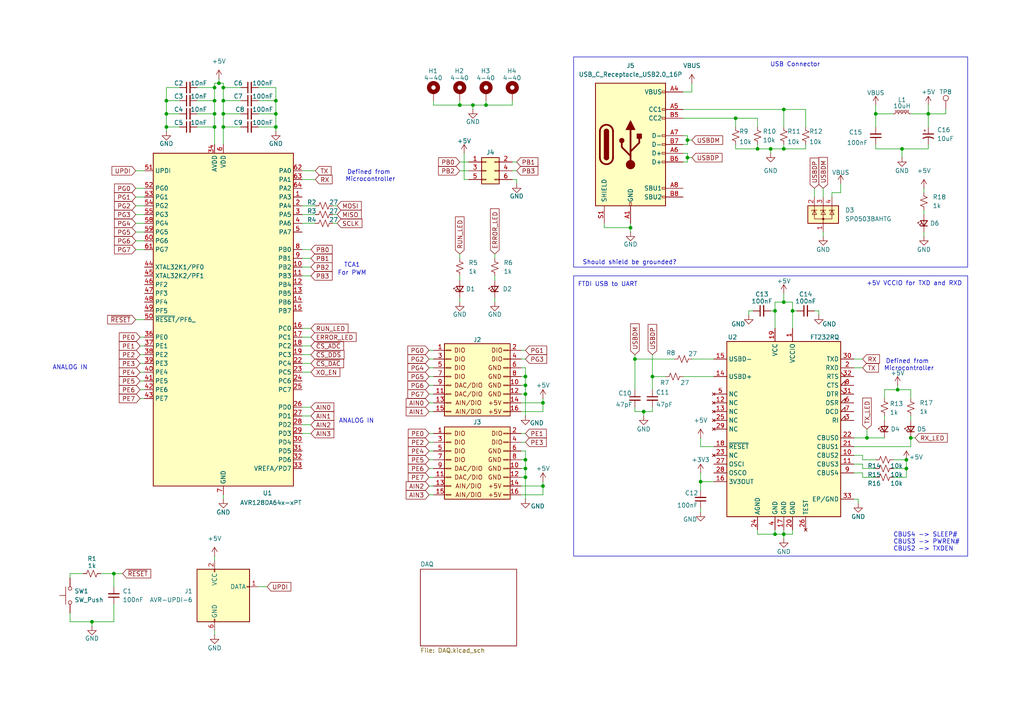
<source format=kicad_sch>
(kicad_sch (version 20231120) (generator "eeschema") (generator_version "8.0")
  (paper "A4")
  (title_block (title "openEPR DAQ") (date "2024-04-19") (rev "v1.0") (company "openEPR") (comment 1 "Timothy Keller"))
  (junction (at 262.89 135.89))
  (junction (at 254 33.02))
  (junction (at 152.4 114.3))
  (junction (at 33.02 166.37))
  (junction (at 63.5 24.13))
  (junction (at 152.4 135.89))
  (junction (at 227.33 154.94))
  (junction (at 213.36 34.29))
  (junction (at 157.48 140.97))
  (junction (at 227.33 31.75))
  (junction (at 64.77 33.02))
  (junction (at 62.23 33.02))
  (junction (at 157.48 116.84))
  (junction (at 189.23 109.22))
  (junction (at 229.87 90.17))
  (junction (at 227.33 87.63))
  (junction (at 186.69 119.38))
  (junction (at 137.16 30.48))
  (junction (at 152.4 111.76))
  (junction (at 48.26 29.21))
  (junction (at 140.97 30.48))
  (junction (at 152.4 133.35))
  (junction (at 152.4 138.43))
  (junction (at 223.52 43.18))
  (junction (at 182.88 66.04))
  (junction (at 260.35 113.03))
  (junction (at 80.01 36.83))
  (junction (at 262.89 133.35))
  (junction (at 80.01 29.21))
  (junction (at 48.26 33.02))
  (junction (at 199.39 45.72))
  (junction (at 219.71 43.18))
  (junction (at 224.79 90.17))
  (junction (at 64.77 25.4))
  (junction (at 184.15 104.14))
  (junction (at 62.23 25.4))
  (junction (at 64.77 36.83))
  (junction (at 62.23 29.21))
  (junction (at 264.16 127))
  (junction (at 62.23 36.83))
  (junction (at 64.77 29.21))
  (junction (at 133.35 30.48))
  (junction (at 269.24 33.02))
  (junction (at 251.46 127))
  (junction (at 261.62 43.18))
  (junction (at 224.79 154.94))
  (junction (at 80.01 33.02))
  (junction (at 227.33 43.18))
  (junction (at 199.39 40.64))
  (junction (at 26.67 180.34))
  (junction (at 152.4 109.22))
  (junction (at 203.2 139.7))
  (junction (at 48.26 36.83))
  (wire (pts (xy 124.46 135.89) (xy 125.73 135.89)))
  (wire (pts (xy 247.65 104.14) (xy 250.19 104.14)))
  (wire (pts (xy 148.59 30.48) (xy 148.59 29.21)))
  (wire (pts (xy 237.49 90.17) (xy 237.49 91.44)))
  (wire (pts (xy 39.37 59.69) (xy 41.91 59.69)))
  (wire (pts (xy 39.37 54.61) (xy 41.91 54.61)))
  (wire (pts (xy 87.63 62.23) (xy 91.44 62.23)))
  (wire (pts (xy 224.79 153.67) (xy 224.79 154.94)))
  (wire (pts (xy 189.23 102.87) (xy 189.23 109.22)))
  (wire (pts (xy 148.59 52.07) (xy 149.86 52.07)))
  (wire (pts (xy 238.76 67.31) (xy 238.76 68.58)))
  (wire (pts (xy 87.63 95.25) (xy 90.17 95.25)))
  (wire (pts (xy 124.46 104.14) (xy 125.73 104.14)))
  (wire (pts (xy 87.63 125.73) (xy 90.17 125.73)))
  (wire (pts (xy 64.77 36.83) (xy 64.77 41.91)))
  (wire (pts (xy 186.69 119.38) (xy 186.69 120.65)))
  (wire (pts (xy 262.89 138.43) (xy 262.89 135.89)))
  (wire (pts (xy 267.97 54.61) (xy 267.97 55.88)))
  (wire (pts (xy 137.16 30.48) (xy 140.97 30.48)))
  (wire (pts (xy 87.63 105.41) (xy 90.17 105.41)))
  (wire (pts (xy 184.15 118.11) (xy 184.15 119.38)))
  (wire (pts (xy 224.79 154.94) (xy 227.33 154.94)))
  (wire (pts (xy 199.39 41.91) (xy 199.39 40.64)))
  (wire (pts (xy 96.52 64.77) (xy 97.79 64.77)))
  (wire (pts (xy 152.4 106.68) (xy 152.4 109.22)))
  (wire (pts (xy 87.63 49.53) (xy 91.44 49.53)))
  (wire (pts (xy 256.54 120.65) (xy 256.54 121.92)))
  (wire (pts (xy 254 33.02) (xy 259.08 33.02)))
  (wire (pts (xy 57.15 29.21) (xy 62.23 29.21)))
  (wire (pts (xy 254 43.18) (xy 261.62 43.18)))
  (wire (pts (xy 148.59 49.53) (xy 149.86 49.53)))
  (wire (pts (xy 152.4 111.76) (xy 152.4 114.3)))
  (wire (pts (xy 87.63 72.39) (xy 90.17 72.39)))
  (wire (pts (xy 87.63 107.95) (xy 90.17 107.95)))
  (wire (pts (xy 151.13 106.68) (xy 152.4 106.68)))
  (wire (pts (xy 259.08 133.35) (xy 262.89 133.35)))
  (wire (pts (xy 250.19 132.08) (xy 247.65 132.08)))
  (wire (pts (xy 124.46 119.38) (xy 125.73 119.38)))
  (wire (pts (xy 151.13 125.73) (xy 152.4 125.73)))
  (wire (pts (xy 189.23 109.22) (xy 193.04 109.22)))
  (wire (pts (xy 143.51 73.66) (xy 143.51 74.93)))
  (wire (pts (xy 233.68 43.18) (xy 227.33 43.18)))
  (wire (pts (xy 151.13 130.81) (xy 152.4 130.81)))
  (wire (pts (xy 213.36 34.29) (xy 219.71 34.29)))
  (wire (pts (xy 40.64 110.49) (xy 41.91 110.49)))
  (wire (pts (xy 39.37 64.77) (xy 41.91 64.77)))
  (wire (pts (xy 48.26 33.02) (xy 48.26 36.83)))
  (wire (pts (xy 87.63 64.77) (xy 91.44 64.77)))
  (wire (pts (xy 124.46 138.43) (xy 125.73 138.43)))
  (wire (pts (xy 269.24 41.91) (xy 269.24 43.18)))
  (wire (pts (xy 87.63 100.33) (xy 90.17 100.33)))
  (wire (pts (xy 48.26 29.21) (xy 48.26 33.02)))
  (wire (pts (xy 52.07 33.02) (xy 48.26 33.02)))
  (wire (pts (xy 198.12 109.22) (xy 207.01 109.22)))
  (wire (pts (xy 199.39 46.99) (xy 199.39 45.72)))
  (wire (pts (xy 247.65 106.68) (xy 250.19 106.68)))
  (wire (pts (xy 247.65 134.62) (xy 250.19 134.62)))
  (wire (pts (xy 254 33.02) (xy 254 30.48)))
  (wire (pts (xy 264.16 127) (xy 265.43 127)))
  (wire (pts (xy 39.37 92.71) (xy 41.91 92.71)))
  (wire (pts (xy 260.35 113.03) (xy 260.35 111.76)))
  (wire (pts (xy 227.33 85.09) (xy 227.33 87.63)))
  (wire (pts (xy 64.77 36.83) (xy 69.85 36.83)))
  (wire (pts (xy 140.97 29.21) (xy 140.97 30.48)))
  (wire (pts (xy 269.24 43.18) (xy 261.62 43.18)))
  (wire (pts (xy 182.88 64.77) (xy 182.88 66.04)))
  (wire (pts (xy 40.64 115.57) (xy 41.91 115.57)))
  (wire (pts (xy 74.93 170.18) (xy 77.47 170.18)))
  (wire (pts (xy 250.19 135.89) (xy 250.19 134.62)))
  (wire (pts (xy 198.12 41.91) (xy 199.39 41.91)))
  (wire (pts (xy 64.77 25.4) (xy 64.77 24.13)))
  (wire (pts (xy 20.32 180.34) (xy 20.32 177.8)))
  (wire (pts (xy 152.4 109.22) (xy 152.4 111.76)))
  (wire (pts (xy 175.26 66.04) (xy 182.88 66.04)))
  (wire (pts (xy 250.19 135.89) (xy 254 135.89)))
  (wire (pts (xy 64.77 33.02) (xy 64.77 36.83)))
  (wire (pts (xy 124.46 128.27) (xy 125.73 128.27)))
  (wire (pts (xy 259.08 138.43) (xy 262.89 138.43)))
  (wire (pts (xy 198.12 31.75) (xy 227.33 31.75)))
  (wire (pts (xy 124.46 114.3) (xy 125.73 114.3)))
  (wire (pts (xy 213.36 43.18) (xy 219.71 43.18)))
  (wire (pts (xy 64.77 33.02) (xy 69.85 33.02)))
  (wire (pts (xy 250.19 138.43) (xy 254 138.43)))
  (wire (pts (xy 48.26 36.83) (xy 52.07 36.83)))
  (wire (pts (xy 74.93 25.4) (xy 80.01 25.4)))
  (wire (pts (xy 39.37 57.15) (xy 41.91 57.15)))
  (wire (pts (xy 133.35 29.21) (xy 133.35 30.48)))
  (wire (pts (xy 243.84 53.34) (xy 243.84 55.88)))
  (wire (pts (xy 124.46 133.35) (xy 125.73 133.35)))
  (wire (pts (xy 248.92 144.78) (xy 248.92 146.05)))
  (wire (pts (xy 217.17 91.44) (xy 217.17 90.17)))
  (wire (pts (xy 140.97 30.48) (xy 148.59 30.48)))
  (wire (pts (xy 184.15 104.14) (xy 195.58 104.14)))
  (wire (pts (xy 33.02 166.37) (xy 29.21 166.37)))
  (wire (pts (xy 151.13 128.27) (xy 152.4 128.27)))
  (wire (pts (xy 198.12 44.45) (xy 199.39 44.45)))
  (wire (pts (xy 39.37 62.23) (xy 41.91 62.23)))
  (wire (pts (xy 137.16 30.48) (xy 137.16 31.75)))
  (wire (pts (xy 87.63 59.69) (xy 91.44 59.69)))
  (wire (pts (xy 267.97 60.96) (xy 267.97 62.23)))
  (wire (pts (xy 256.54 113.03) (xy 260.35 113.03)))
  (wire (pts (xy 157.48 119.38) (xy 157.48 116.84)))
  (wire (pts (xy 151.13 101.6) (xy 152.4 101.6)))
  (wire (pts (xy 64.77 143.51) (xy 64.77 144.78)))
  (wire (pts (xy 33.02 166.37) (xy 33.02 170.18)))
  (wire (pts (xy 157.48 143.51) (xy 157.48 140.97)))
  (wire (pts (xy 182.88 66.04) (xy 182.88 67.31)))
  (wire (pts (xy 269.24 30.48) (xy 269.24 33.02)))
  (wire (pts (xy 52.07 25.4) (xy 48.26 25.4)))
  (wire (pts (xy 39.37 67.31) (xy 41.91 67.31)))
  (wire (pts (xy 264.16 115.57) (xy 264.16 113.03)))
  (wire (pts (xy 229.87 87.63) (xy 229.87 90.17)))
  (wire (pts (xy 151.13 114.3) (xy 152.4 114.3)))
  (wire (pts (xy 238.76 54.61) (xy 238.76 57.15)))
  (wire (pts (xy 125.73 30.48) (xy 133.35 30.48)))
  (wire (pts (xy 264.16 33.02) (xy 269.24 33.02)))
  (wire (pts (xy 267.97 67.31) (xy 267.97 68.58)))
  (wire (pts (xy 203.2 139.7) (xy 207.01 139.7)))
  (wire (pts (xy 200.66 26.67) (xy 198.12 26.67)))
  (wire (pts (xy 96.52 62.23) (xy 97.79 62.23)))
  (wire (pts (xy 236.22 90.17) (xy 237.49 90.17)))
  (wire (pts (xy 124.46 109.22) (xy 125.73 109.22)))
  (wire (pts (xy 40.64 105.41) (xy 41.91 105.41)))
  (wire (pts (xy 133.35 49.53) (xy 135.89 49.53)))
  (wire (pts (xy 151.13 138.43) (xy 152.4 138.43)))
  (wire (pts (xy 133.35 86.36) (xy 133.35 87.63)))
  (wire (pts (xy 20.32 166.37) (xy 20.32 167.64)))
  (wire (pts (xy 124.46 130.81) (xy 125.73 130.81)))
  (wire (pts (xy 224.79 90.17) (xy 224.79 95.25)))
  (wire (pts (xy 264.16 127) (xy 264.16 129.54)))
  (wire (pts (xy 64.77 29.21) (xy 64.77 33.02)))
  (wire (pts (xy 151.13 133.35) (xy 152.4 133.35)))
  (wire (pts (xy 151.13 104.14) (xy 152.4 104.14)))
  (wire (pts (xy 200.66 104.14) (xy 207.01 104.14)))
  (wire (pts (xy 124.46 125.73) (xy 125.73 125.73)))
  (wire (pts (xy 151.13 143.51) (xy 157.48 143.51)))
  (wire (pts (xy 74.93 29.21) (xy 80.01 29.21)))
  (wire (pts (xy 62.23 36.83) (xy 62.23 41.91)))
  (wire (pts (xy 198.12 46.99) (xy 199.39 46.99)))
  (wire (pts (xy 274.32 33.02) (xy 269.24 33.02)))
  (wire (pts (xy 149.86 52.07) (xy 149.86 53.34)))
  (wire (pts (xy 74.93 36.83) (xy 80.01 36.83)))
  (wire (pts (xy 200.66 24.13) (xy 200.66 26.67)))
  (wire (pts (xy 224.79 87.63) (xy 227.33 87.63)))
  (wire (pts (xy 219.71 36.83) (xy 219.71 34.29)))
  (wire (pts (xy 69.85 25.4) (xy 64.77 25.4)))
  (wire (pts (xy 80.01 29.21) (xy 80.01 33.02)))
  (wire (pts (xy 157.48 140.97) (xy 151.13 140.97)))
  (wire (pts (xy 133.35 73.66) (xy 133.35 74.93)))
  (wire (pts (xy 87.63 74.93) (xy 90.17 74.93)))
  (wire (pts (xy 87.63 102.87) (xy 90.17 102.87)))
  (wire (pts (xy 152.4 114.3) (xy 152.4 120.65)))
  (wire (pts (xy 243.84 55.88) (xy 241.3 55.88)))
  (wire (pts (xy 48.26 38.1) (xy 48.26 36.83)))
  (wire (pts (xy 227.33 154.94) (xy 227.33 156.21)))
  (wire (pts (xy 227.33 154.94) (xy 227.33 153.67)))
  (wire (pts (xy 250.19 137.16) (xy 247.65 137.16)))
  (wire (pts (xy 251.46 127) (xy 256.54 127)))
  (wire (pts (xy 33.02 175.26) (xy 33.02 180.34)))
  (wire (pts (xy 227.33 87.63) (xy 229.87 87.63)))
  (wire (pts (xy 62.23 33.02) (xy 62.23 36.83)))
  (wire (pts (xy 229.87 154.94) (xy 227.33 154.94)))
  (wire (pts (xy 87.63 123.19) (xy 90.17 123.19)))
  (wire (pts (xy 189.23 119.38) (xy 186.69 119.38)))
  (wire (pts (xy 26.67 180.34) (xy 26.67 181.61)))
  (wire (pts (xy 184.15 104.14) (xy 184.15 113.03)))
  (wire (pts (xy 57.15 33.02) (xy 62.23 33.02)))
  (wire (pts (xy 189.23 118.11) (xy 189.23 119.38)))
  (wire (pts (xy 236.22 54.61) (xy 236.22 57.15)))
  (wire (pts (xy 151.13 119.38) (xy 157.48 119.38)))
  (wire (pts (xy 148.59 46.99) (xy 149.86 46.99)))
  (wire (pts (xy 233.68 41.91) (xy 233.68 43.18)))
  (wire (pts (xy 133.35 80.01) (xy 133.35 81.28)))
  (wire (pts (xy 151.13 116.84) (xy 157.48 116.84)))
  (wire (pts (xy 124.46 140.97) (xy 125.73 140.97)))
  (wire (pts (xy 143.51 80.01) (xy 143.51 81.28)))
  (wire (pts (xy 254 41.91) (xy 254 43.18)))
  (wire (pts (xy 133.35 30.48) (xy 137.16 30.48)))
  (wire (pts (xy 213.36 34.29) (xy 213.36 36.83)))
  (wire (pts (xy 80.01 33.02) (xy 80.01 36.83)))
  (wire (pts (xy 227.33 41.91) (xy 227.33 43.18)))
  (wire (pts (xy 233.68 31.75) (xy 227.33 31.75)))
  (wire (pts (xy 250.19 133.35) (xy 254 133.35)))
  (wire (pts (xy 80.01 36.83) (xy 80.01 38.1)))
  (wire (pts (xy 87.63 120.65) (xy 90.17 120.65)))
  (wire (pts (xy 229.87 90.17) (xy 231.14 90.17)))
  (wire (pts (xy 33.02 180.34) (xy 26.67 180.34)))
  (wire (pts (xy 213.36 41.91) (xy 213.36 43.18)))
  (wire (pts (xy 203.2 147.32) (xy 203.2 148.59)))
  (wire (pts (xy 87.63 118.11) (xy 90.17 118.11)))
  (wire (pts (xy 189.23 113.03) (xy 189.23 109.22)))
  (wire (pts (xy 40.64 97.79) (xy 41.91 97.79)))
  (wire (pts (xy 207.01 129.54) (xy 203.2 129.54)))
  (wire (pts (xy 241.3 55.88) (xy 241.3 57.15)))
  (wire (pts (xy 250.19 133.35) (xy 250.19 132.08)))
  (wire (pts (xy 227.33 31.75) (xy 227.33 36.83)))
  (wire (pts (xy 87.63 77.47) (xy 90.17 77.47)))
  (wire (pts (xy 124.46 143.51) (xy 125.73 143.51)))
  (wire (pts (xy 233.68 36.83) (xy 233.68 31.75)))
  (wire (pts (xy 152.4 130.81) (xy 152.4 133.35)))
  (wire (pts (xy 274.32 31.75) (xy 274.32 33.02)))
  (wire (pts (xy 39.37 72.39) (xy 41.91 72.39)))
  (wire (pts (xy 69.85 29.21) (xy 64.77 29.21)))
  (wire (pts (xy 262.89 135.89) (xy 262.89 133.35)))
  (wire (pts (xy 124.46 106.68) (xy 125.73 106.68)))
  (wire (pts (xy 124.46 101.6) (xy 125.73 101.6)))
  (wire (pts (xy 152.4 133.35) (xy 152.4 135.89)))
  (wire (pts (xy 203.2 137.16) (xy 203.2 139.7)))
  (wire (pts (xy 74.93 33.02) (xy 80.01 33.02)))
  (wire (pts (xy 125.73 29.21) (xy 125.73 30.48)))
  (wire (pts (xy 40.64 113.03) (xy 41.91 113.03)))
  (wire (pts (xy 133.35 46.99) (xy 135.89 46.99)))
  (wire (pts (xy 219.71 41.91) (xy 219.71 43.18)))
  (wire (pts (xy 198.12 34.29) (xy 213.36 34.29)))
  (wire (pts (xy 62.23 24.13) (xy 62.23 25.4)))
  (wire (pts (xy 124.46 116.84) (xy 125.73 116.84)))
  (wire (pts (xy 64.77 24.13) (xy 63.5 24.13)))
  (wire (pts (xy 134.62 52.07) (xy 135.89 52.07)))
  (wire (pts (xy 199.39 45.72) (xy 200.66 45.72)))
  (wire (pts (xy 219.71 154.94) (xy 224.79 154.94)))
  (wire (pts (xy 40.64 107.95) (xy 41.91 107.95)))
  (wire (pts (xy 62.23 182.88) (xy 62.23 184.15)))
  (wire (pts (xy 223.52 90.17) (xy 224.79 90.17)))
  (wire (pts (xy 152.4 138.43) (xy 152.4 144.78)))
  (wire (pts (xy 223.52 43.18) (xy 223.52 44.45)))
  (wire (pts (xy 248.92 144.78) (xy 247.65 144.78)))
  (wire (pts (xy 264.16 113.03) (xy 260.35 113.03)))
  (wire (pts (xy 87.63 97.79) (xy 90.17 97.79)))
  (wire (pts (xy 124.46 111.76) (xy 125.73 111.76)))
  (wire (pts (xy 40.64 100.33) (xy 41.91 100.33)))
  (wire (pts (xy 261.62 43.18) (xy 261.62 45.72)))
  (wire (pts (xy 134.62 44.45) (xy 134.62 52.07)))
  (wire (pts (xy 63.5 22.86) (xy 63.5 24.13)))
  (wire (pts (xy 203.2 129.54) (xy 203.2 127)))
  (wire (pts (xy 184.15 119.38) (xy 186.69 119.38)))
  (wire (pts (xy 152.4 135.89) (xy 152.4 138.43)))
  (wire (pts (xy 259.08 135.89) (xy 262.89 135.89)))
  (wire (pts (xy 62.23 25.4) (xy 62.23 29.21)))
  (wire (pts (xy 175.26 64.77) (xy 175.26 66.04)))
  (wire (pts (xy 151.13 135.89) (xy 152.4 135.89)))
  (wire (pts (xy 227.33 43.18) (xy 223.52 43.18)))
  (wire (pts (xy 229.87 153.67) (xy 229.87 154.94)))
  (wire (pts (xy 264.16 120.65) (xy 264.16 121.92)))
  (wire (pts (xy 24.13 166.37) (xy 20.32 166.37)))
  (wire (pts (xy 26.67 180.34) (xy 20.32 180.34)))
  (wire (pts (xy 254 36.83) (xy 254 33.02)))
  (wire (pts (xy 198.12 39.37) (xy 199.39 39.37)))
  (wire (pts (xy 143.51 86.36) (xy 143.51 87.63)))
  (wire (pts (xy 57.15 25.4) (xy 62.23 25.4)))
  (wire (pts (xy 52.07 29.21) (xy 48.26 29.21)))
  (wire (pts (xy 251.46 127) (xy 247.65 127)))
  (wire (pts (xy 87.63 52.07) (xy 91.44 52.07)))
  (wire (pts (xy 62.23 29.21) (xy 62.23 33.02)))
  (wire (pts (xy 33.02 166.37) (xy 35.56 166.37)))
  (wire (pts (xy 219.71 153.67) (xy 219.71 154.94)))
  (wire (pts (xy 39.37 49.53) (xy 41.91 49.53)))
  (wire (pts (xy 251.46 124.46) (xy 251.46 127)))
  (wire (pts (xy 80.01 25.4) (xy 80.01 29.21)))
  (wire (pts (xy 217.17 90.17) (xy 218.44 90.17)))
  (wire (pts (xy 224.79 87.63) (xy 224.79 90.17)))
  (wire (pts (xy 250.19 138.43) (xy 250.19 137.16)))
  (wire (pts (xy 256.54 115.57) (xy 256.54 113.03)))
  (wire (pts (xy 87.63 80.01) (xy 90.17 80.01)))
  (wire (pts (xy 203.2 139.7) (xy 203.2 142.24)))
  (wire (pts (xy 229.87 90.17) (xy 229.87 95.25)))
  (wire (pts (xy 264.16 129.54) (xy 247.65 129.54)))
  (wire (pts (xy 39.37 69.85) (xy 41.91 69.85)))
  (wire (pts (xy 184.15 102.87) (xy 184.15 104.14)))
  (wire (pts (xy 199.39 40.64) (xy 200.66 40.64)))
  (wire (pts (xy 157.48 115.57) (xy 157.48 116.84)))
  (wire (pts (xy 269.24 33.02) (xy 269.24 36.83)))
  (wire (pts (xy 199.39 44.45) (xy 199.39 45.72)))
  (wire (pts (xy 48.26 25.4) (xy 48.26 29.21)))
  (wire (pts (xy 157.48 139.7) (xy 157.48 140.97)))
  (wire (pts (xy 96.52 59.69) (xy 97.79 59.69)))
  (wire (pts (xy 151.13 111.76) (xy 152.4 111.76)))
  (wire (pts (xy 63.5 24.13) (xy 62.23 24.13)))
  (wire (pts (xy 40.64 102.87) (xy 41.91 102.87)))
  (wire (pts (xy 64.77 25.4) (xy 64.77 29.21)))
  (wire (pts (xy 219.71 43.18) (xy 223.52 43.18)))
  (wire (pts (xy 199.39 39.37) (xy 199.39 40.64)))
  (wire (pts (xy 151.13 109.22) (xy 152.4 109.22)))
  (wire (pts (xy 62.23 161.29) (xy 62.23 162.56)))
  (wire (pts (xy 57.15 36.83) (xy 62.23 36.83)))
  (rectangle (start 166.37 16.51) (end 280.67 77.47))
  (rectangle (start 166.37 80.01) (end 280.67 161.29))
  (text "FTDI USB to UART" (at 176.276 82.55 0) (effects (font (size 1.27 1.27))))
  (text "ANALOG IN" (at 20.32 106.68 0) (effects (font (size 1.27 1.27))))
  (text "ANALOG IN" (at 103.378 122.174 0) (effects (font (size 1.27 1.27))))
  (text "TCA1" (at 102.108 76.962 0) (effects (font (size 1.27 1.27))))
  (text "Should shield be grounded?" (at 182.626 76.2 0) (effects (font (size 1.27 1.27))))
  (text "USB Connector" (at 230.632 18.796 0) (effects (font (size 1.27 1.27))))
  (text "Defined from \nMicrocontroller" (at 263.652 105.918 0) (effects (font (size 1.27 1.27))))
  (text "CBUS4 -> SLEEP#\nCBUS3 -> PWREN#\nCBUS2 -> TXDEN" (at 259.08 157.226 0) (effects (font (size 1.27 1.27)) (justify left)))
  (text "+5V VCCIO for TXD and RXD" (at 265.176 82.296 0) (effects (font (size 1.27 1.27))))
  (text "For PWM" (at 102.108 79.248 0) (effects (font (size 1.27 1.27))))
  (text "Defined from \nMicrocontroller" (at 107.442 51.054 0) (effects (font (size 1.27 1.27))))
  (global_label "SCLK" (shape input) (at 97.79 64.77 0) (property "Intersheetrefs" "${INTERSHEET_REFS}" (effects (hide yes))))
  (global_label "UPDI" (shape input) (at 39.37 49.53 180) (property "Intersheetrefs" "${INTERSHEET_REFS}" (effects (hide yes))))
  (global_label "ERROR_LED" (shape input) (at 143.51 73.66 90) (property "Intersheetrefs" "${INTERSHEET_REFS}" (effects (hide yes))))
  (global_label "PE2" (shape input) (at 40.64 102.87 180) (property "Intersheetrefs" "${INTERSHEET_REFS}" (effects (hide yes))))
  (global_label "PG7" (shape input) (at 39.37 72.39 180) (property "Intersheetrefs" "${INTERSHEET_REFS}" (effects (hide yes))))
  (global_label "PG6" (shape input) (at 124.46 111.76 180) (property "Intersheetrefs" "${INTERSHEET_REFS}" (effects (hide yes))))
  (global_label "PB3" (shape input) (at 149.86 49.53 0) (property "Intersheetrefs" "${INTERSHEET_REFS}" (effects (hide yes))))
  (global_label "PE3" (shape input) (at 152.4 128.27 0) (property "Intersheetrefs" "${INTERSHEET_REFS}" (effects (hide yes))))
  (global_label "TX" (shape input) (at 91.44 49.53 0) (property "Intersheetrefs" "${INTERSHEET_REFS}" (effects (hide yes))))
  (global_label "PE5" (shape input) (at 40.64 110.49 180) (property "Intersheetrefs" "${INTERSHEET_REFS}" (effects (hide yes))))
  (global_label "AIN2" (shape input) (at 90.17 123.19 0) (property "Intersheetrefs" "${INTERSHEET_REFS}" (effects (hide yes))))
  (global_label "RX" (shape input) (at 250.19 104.14 0) (property "Intersheetrefs" "${INTERSHEET_REFS}" (effects (hide yes))))
  (global_label "PG7" (shape input) (at 124.46 114.3 180) (property "Intersheetrefs" "${INTERSHEET_REFS}" (effects (hide yes))))
  (global_label "PE1" (shape input) (at 40.64 100.33 180) (property "Intersheetrefs" "${INTERSHEET_REFS}" (effects (hide yes))))
  (global_label "PG1" (shape input) (at 152.4 101.6 0) (property "Intersheetrefs" "${INTERSHEET_REFS}" (effects (hide yes))))
  (global_label "MOSI" (shape input) (at 97.79 59.69 0) (property "Intersheetrefs" "${INTERSHEET_REFS}" (effects (hide yes))))
  (global_label "PE0" (shape input) (at 40.64 97.79 180) (property "Intersheetrefs" "${INTERSHEET_REFS}" (effects (hide yes))))
  (global_label "PE4" (shape input) (at 124.46 130.81 180) (property "Intersheetrefs" "${INTERSHEET_REFS}" (effects (hide yes))))
  (global_label "PB3" (shape input) (at 90.17 80.01 0) (property "Intersheetrefs" "${INTERSHEET_REFS}" (effects (hide yes))))
  (global_label "PG0" (shape input) (at 39.37 54.61 180) (property "Intersheetrefs" "${INTERSHEET_REFS}" (effects (hide yes))))
  (global_label "PB1" (shape input) (at 90.17 74.93 0) (property "Intersheetrefs" "${INTERSHEET_REFS}" (effects (hide yes))))
  (global_label "PG4" (shape input) (at 124.46 106.68 180) (property "Intersheetrefs" "${INTERSHEET_REFS}" (effects (hide yes))))
  (global_label "PB2" (shape input) (at 90.17 77.47 0) (property "Intersheetrefs" "${INTERSHEET_REFS}" (effects (hide yes))))
  (global_label "UPDI" (shape input) (at 77.47 170.18 0) (property "Intersheetrefs" "${INTERSHEET_REFS}" (effects (hide yes))))
  (global_label "~{CS_DDS}" (shape input) (at 90.17 102.87 0) (property "Intersheetrefs" "${INTERSHEET_REFS}" (effects (hide yes))))
  (global_label "PE0" (shape input) (at 124.46 125.73 180) (property "Intersheetrefs" "${INTERSHEET_REFS}" (effects (hide yes))))
  (global_label "~{RESET}" (shape input) (at 35.56 166.37 0) (property "Intersheetrefs" "${INTERSHEET_REFS}" (effects (hide yes))))
  (global_label "~{CS_ADC}" (shape input) (at 90.17 100.33 0) (property "Intersheetrefs" "${INTERSHEET_REFS}" (effects (hide yes))))
  (global_label "PG2" (shape input) (at 124.46 104.14 180) (property "Intersheetrefs" "${INTERSHEET_REFS}" (effects (hide yes))))
  (global_label "AIN0" (shape input) (at 124.46 116.84 180) (property "Intersheetrefs" "${INTERSHEET_REFS}" (effects (hide yes))))
  (global_label "PB2" (shape input) (at 133.35 49.53 180) (property "Intersheetrefs" "${INTERSHEET_REFS}" (effects (hide yes))))
  (global_label "PG6" (shape input) (at 39.37 69.85 180) (property "Intersheetrefs" "${INTERSHEET_REFS}" (effects (hide yes))))
  (global_label "PG4" (shape input) (at 39.37 64.77 180) (property "Intersheetrefs" "${INTERSHEET_REFS}" (effects (hide yes))))
  (global_label "PE5" (shape input) (at 124.46 133.35 180) (property "Intersheetrefs" "${INTERSHEET_REFS}" (effects (hide yes))))
  (global_label "ERROR_LED" (shape input) (at 90.17 97.79 0) (property "Intersheetrefs" "${INTERSHEET_REFS}" (effects (hide yes))))
  (global_label "USBDM" (shape input) (at 238.76 54.61 90) (property "Intersheetrefs" "${INTERSHEET_REFS}" (effects (hide yes))))
  (global_label "PE7" (shape input) (at 40.64 115.57 180) (property "Intersheetrefs" "${INTERSHEET_REFS}" (effects (hide yes))))
  (global_label "PE3" (shape input) (at 40.64 105.41 180) (property "Intersheetrefs" "${INTERSHEET_REFS}" (effects (hide yes))))
  (global_label "TX" (shape input) (at 250.19 106.68 0) (property "Intersheetrefs" "${INTERSHEET_REFS}" (effects (hide yes))))
  (global_label "PE2" (shape input) (at 124.46 128.27 180) (property "Intersheetrefs" "${INTERSHEET_REFS}" (effects (hide yes))))
  (global_label "RX_LED" (shape input) (at 265.43 127 0) (property "Intersheetrefs" "${INTERSHEET_REFS}" (effects (hide yes))))
  (global_label "PG0" (shape input) (at 124.46 101.6 180) (property "Intersheetrefs" "${INTERSHEET_REFS}" (effects (hide yes))))
  (global_label "PB0" (shape input) (at 90.17 72.39 0) (property "Intersheetrefs" "${INTERSHEET_REFS}" (effects (hide yes))))
  (global_label "XO_EN" (shape input) (at 90.17 107.95 0) (property "Intersheetrefs" "${INTERSHEET_REFS}" (effects (hide yes))))
  (global_label "AIN2" (shape input) (at 124.46 140.97 180) (property "Intersheetrefs" "${INTERSHEET_REFS}" (effects (hide yes))))
  (global_label "MISO" (shape input) (at 97.79 62.23 0) (property "Intersheetrefs" "${INTERSHEET_REFS}" (effects (hide yes))))
  (global_label "USBDM" (shape input) (at 200.66 40.64 0) (property "Intersheetrefs" "${INTERSHEET_REFS}" (effects (hide yes))))
  (global_label "~{RESET}" (shape input) (at 39.37 92.71 180) (property "Intersheetrefs" "${INTERSHEET_REFS}" (effects (hide yes))))
  (global_label "PG5" (shape input) (at 124.46 109.22 180) (property "Intersheetrefs" "${INTERSHEET_REFS}" (effects (hide yes))))
  (global_label "PG5" (shape input) (at 39.37 67.31 180) (property "Intersheetrefs" "${INTERSHEET_REFS}" (effects (hide yes))))
  (global_label "PE6" (shape input) (at 40.64 113.03 180) (property "Intersheetrefs" "${INTERSHEET_REFS}" (effects (hide yes))))
  (global_label "AIN1" (shape input) (at 90.17 120.65 0) (property "Intersheetrefs" "${INTERSHEET_REFS}" (effects (hide yes))))
  (global_label "AIN0" (shape input) (at 90.17 118.11 0) (property "Intersheetrefs" "${INTERSHEET_REFS}" (effects (hide yes))))
  (global_label "PG3" (shape input) (at 39.37 62.23 180) (property "Intersheetrefs" "${INTERSHEET_REFS}" (effects (hide yes))))
  (global_label "PE4" (shape input) (at 40.64 107.95 180) (property "Intersheetrefs" "${INTERSHEET_REFS}" (effects (hide yes))))
  (global_label "USBDP" (shape input) (at 236.22 54.61 90) (property "Intersheetrefs" "${INTERSHEET_REFS}" (effects (hide yes))))
  (global_label "PE6" (shape input) (at 124.46 135.89 180) (property "Intersheetrefs" "${INTERSHEET_REFS}" (effects (hide yes))))
  (global_label "RUN_LED" (shape input) (at 133.35 73.66 90) (property "Intersheetrefs" "${INTERSHEET_REFS}" (effects (hide yes))))
  (global_label "~{CS_DAC}" (shape input) (at 90.17 105.41 0) (property "Intersheetrefs" "${INTERSHEET_REFS}" (effects (hide yes))))
  (global_label "PE1" (shape input) (at 152.4 125.73 0) (property "Intersheetrefs" "${INTERSHEET_REFS}" (effects (hide yes))))
  (global_label "PG1" (shape input) (at 39.37 57.15 180) (property "Intersheetrefs" "${INTERSHEET_REFS}" (effects (hide yes))))
  (global_label "PE7" (shape input) (at 124.46 138.43 180) (property "Intersheetrefs" "${INTERSHEET_REFS}" (effects (hide yes))))
  (global_label "PG3" (shape input) (at 152.4 104.14 0) (property "Intersheetrefs" "${INTERSHEET_REFS}" (effects (hide yes))))
  (global_label "RUN_LED" (shape input) (at 90.17 95.25 0) (property "Intersheetrefs" "${INTERSHEET_REFS}" (effects (hide yes))))
  (global_label "RX" (shape input) (at 91.44 52.07 0) (property "Intersheetrefs" "${INTERSHEET_REFS}" (effects (hide yes))))
  (global_label "USBDP" (shape input) (at 189.23 102.87 90) (property "Intersheetrefs" "${INTERSHEET_REFS}" (effects (hide yes))))
  (global_label "TX_LED" (shape input) (at 251.46 124.46 90) (property "Intersheetrefs" "${INTERSHEET_REFS}" (effects (hide yes))))
  (global_label "AIN3" (shape input) (at 124.46 143.51 180) (property "Intersheetrefs" "${INTERSHEET_REFS}" (effects (hide yes))))
  (global_label "AIN3" (shape input) (at 90.17 125.73 0) (property "Intersheetrefs" "${INTERSHEET_REFS}" (effects (hide yes))))
  (global_label "PB1" (shape input) (at 149.86 46.99 0) (property "Intersheetrefs" "${INTERSHEET_REFS}" (effects (hide yes))))
  (global_label "USBDP" (shape input) (at 200.66 45.72 0) (property "Intersheetrefs" "${INTERSHEET_REFS}" (effects (hide yes))))
  (global_label "AIN1" (shape input) (at 124.46 119.38 180) (property "Intersheetrefs" "${INTERSHEET_REFS}" (effects (hide yes))))
  (global_label "PB0" (shape input) (at 133.35 46.99 180) (property "Intersheetrefs" "${INTERSHEET_REFS}" (effects (hide yes))))
  (global_label "USBDM" (shape input) (at 184.15 102.87 90) (property "Intersheetrefs" "${INTERSHEET_REFS}" (effects (hide yes))))
  (global_label "PG2" (shape input) (at 39.37 59.69 180) (property "Intersheetrefs" "${INTERSHEET_REFS}" (effects (hide yes))))
  (symbol (lib_id "Device:R_Small_US") (at 256.54 138.43 90) (unit 1)
    (property "Reference" "R16" (at 255.524 140.208 90) (effects (justify left)))
    (property "Value" "10k" (at 261.874 140.208 90) (effects (justify left)))
    (property "Footprint" "Resistor_SMD:R_0603_1608Metric" (effects (hide yes)))
    (property "Description" "Resistor, small US symbol" (effects (hide yes)))
    (property "Digikey" "311-10.0KHRCT-ND" (effects (hide yes)))
  )
  (symbol (lib_id "power:GND") (at 48.26 38.1 0) (unit 1)
    (property "Reference" "#PWR02" (effects (hide yes)))
    (property "Value" "GND" (at 48.26 41.656 0))
    (property "Description" "Power symbol creates a global label with name \"GND\" , ground" (effects (hide yes)))
  )
  (symbol (lib_id "Device:R_Small_US") (at 26.67 166.37 90) (unit 1)
    (property "Reference" "R1" (at 26.67 162.052 90))
    (property "Value" "1k" (at 26.67 164.084 90))
    (property "Footprint" "Resistor_SMD:R_0603_1608Metric" (effects (hide yes)))
    (property "Description" "Resistor, small US symbol" (effects (hide yes)))
    (property "Digikey" "311-1.00KHRCT-ND" (effects (hide yes)))
  )
  (symbol (lib_id "Device:C_Small") (at 189.23 115.57 0) (unit 1)
    (property "Reference" "C11" (at 190.246 113.792 0) (effects (justify left)))
    (property "Value" "47pF" (at 190.246 117.348 0) (effects (justify left)))
    (property "Footprint" "Capacitor_SMD:C_0603_1608Metric" (effects (hide yes)))
    (property "Description" "Unpolarized capacitor, small symbol" (effects (hide yes)))
    (property "Digikey" "490-4944-1-ND" (effects (hide yes)))
  )
  (symbol (lib_id "power:GND") (at 143.51 87.63 0) (unit 1)
    (property "Reference" "#PWR011" (effects (hide yes)))
    (property "Value" "GND" (at 143.51 91.186 0))
    (property "Description" "Power symbol creates a global label with name \"GND\" , ground" (effects (hide yes)))
  )
  (symbol (lib_id "Device:LED_Small") (at 256.54 124.46 90) (unit 1)
    (property "Reference" "D4" (at 258.318 124.46 90) (effects (justify right)))
    (property "Value" "150080VS75000" (effects (hide yes)))
    (property "Footprint" "LED_SMD:LED_0805_2012Metric" (effects (hide yes)))
    (property "Datasheet" "https://www.we-online.com/components/products/datasheet/150080VS75000.pdf" (effects (hide yes)))
    (property "Description" "Light emitting diode, small symbol" (effects (hide yes)))
    (property "Digikey" "732-4986-1-ND" (effects (hide yes)))
  )
  (symbol (lib_id "Device:C_Polarized_Small_US") (at 269.24 39.37 0) (unit 1)
    (property "Reference" "C16" (at 271.78 37.6681 0) (effects (justify left)))
    (property "Value" "10uF" (at 271.78 40.2081 0) (effects (justify left)))
    (property "Footprint" "Capacitor_Tantalum_SMD:CP_EIA-3216-18_Kemet-A" (effects (hide yes)))
    (property "Description" "Polarized capacitor, small US symbol" (effects (hide yes)))
    (property "Digikey" "399-3684-1-ND" (effects (hide yes)))
  )
  (symbol (lib_id "Connector_Generic:Conn_02x03_Odd_Even") (at 140.97 49.53 0) (unit 1)
    (property "Reference" "J4" (at 142.24 44.196 0))
    (property "Value" "PWM" (effects (hide yes)))
    (property "Footprint" "Connector_PinHeader_2.54mm:PinHeader_2x03_P2.54mm_Vertical" (effects (hide yes)))
    (property "Description" "Generic connector, double row, 02x03, odd/even pin numbering scheme (row 1 odd numbers, row 2 even numbers), script generated (kicad-library-utils/schlib/autogen/connector/)" (effects (hide yes)))
    (property "Digikey" "609-3234-ND" (effects (hide yes)))
  )
  (symbol (lib_id "B12T_Connector:Conn_02x08_standard_header_for_IO") (at 130.81 109.22 0) (unit 1)
    (property "Reference" "J2" (at 138.43 98.552 0))
    (property "Value" "Conn_02x08_standard_header_for_IO" (effects (hide yes)))
    (property "Footprint" "Connector_IDC:IDC-Header_2x08_P2.54mm_Vertical" (effects (hide yes)))
    (property "Description" "Generic connector, double row, 02x08, odd/even pin numbering scheme (row 1 odd numbers, row 2 even numbers), script generated (kicad-library-utils/schlib/autogen/connector/)" (effects (hide yes)))
  )
  (symbol (lib_id "power:+5V") (at 269.24 30.48 0) (unit 1)
    (property "Reference" "#PWR037" (effects (hide yes)))
    (property "Value" "+5V" (at 269.24 26.67 0))
    (property "Description" "Power symbol creates a global label with name \"+5V\"" (effects (hide yes)))
  )
  (symbol (lib_id "power:GND") (at 152.4 144.78 0) (unit 1)
    (property "Reference" "#PWR014" (effects (hide yes)))
    (property "Value" "GND" (at 155.956 146.812 0))
    (property "Description" "Power symbol creates a global label with name \"GND\" , ground" (effects (hide yes)))
  )
  (symbol (lib_id "Device:LED_Small") (at 264.16 124.46 90) (unit 1)
    (property "Reference" "D5" (at 265.938 124.46 90) (effects (justify right)))
    (property "Value" "150080VS75000" (effects (hide yes)))
    (property "Footprint" "LED_SMD:LED_0805_2012Metric" (effects (hide yes)))
    (property "Datasheet" "https://www.we-online.com/components/products/datasheet/150080VS75000.pdf" (effects (hide yes)))
    (property "Description" "Light emitting diode, small symbol" (effects (hide yes)))
    (property "Digikey" "732-4986-1-ND" (effects (hide yes)))
  )
  (symbol (lib_id "Connector:USB_C_Receptacle_USB2.0_16P") (at 182.88 41.91 0) (unit 1)
    (property "Reference" "J5" (at 182.88 19.05 0))
    (property "Value" "USB_C_Receptacle_USB2.0_16P" (at 182.88 21.59 0))
    (property "Footprint" "Connector_USB:USB_C_Receptacle_GCT_USB4085" (effects (hide yes)))
    (property "Datasheet" "https://www.usb.org/sites/default/files/documents/usb_type-c.zip" (effects (hide yes)))
    (property "Description" "USB 2.0-only 16P Type-C Receptacle connector" (effects (hide yes)))
    (property "Digikey" "2073-USB4085-GF-ACT-ND" (effects (hide yes)))
  )
  (symbol (lib_id "power:+5V") (at 134.62 44.45 0) (unit 1)
    (property "Reference" "#PWR09" (effects (hide yes)))
    (property "Value" "+5V" (at 134.62 40.894 0))
    (property "Description" "Power symbol creates a global label with name \"+5V\"" (effects (hide yes)))
  )
  (symbol (lib_id "Device:C_Small") (at 72.39 25.4 90) (unit 1)
    (property "Reference" "C6" (at 69.088 24.13 90))
    (property "Value" "100nF" (at 76.2 24.13 90))
    (property "Footprint" "Capacitor_SMD:C_0603_1608Metric" (effects (hide yes)))
    (property "Description" "Unpolarized capacitor, small symbol" (effects (hide yes)))
    (property "Digikey" "490-4779-1-ND" (effects (hide yes)))
  )
  (symbol (lib_id "power:VBUS") (at 254 30.48 0) (unit 1)
    (property "Reference" "#PWR031" (effects (hide yes)))
    (property "Value" "VBUS" (at 254 26.924 0))
    (property "Description" "Power symbol creates a global label with name \"VBUS\"" (effects (hide yes)))
  )
  (symbol (lib_id "Connector:AVR-UPDI-6") (at 64.77 172.72 0) (unit 1)
    (property "Reference" "J1" (at 55.88 171.4499 0) (effects (justify right)))
    (property "Value" "AVR-UPDI-6" (at 55.88 173.9899 0) (effects (justify right)))
    (property "Footprint" "Connector_PinHeader_2.54mm:PinHeader_2x03_P2.54mm_Vertical" (effects (hide yes)))
    (property "Datasheet" "https://www.microchip.com/webdoc/GUID-9D10622A-5C16-4405-B092-1BDD437B4976/index.html?GUID-9B349315-2842-4189-B88C-49F4E1055D7F" (effects (hide yes)))
    (property "Description" "Atmel 6-pin UPDI connector" (effects (hide yes)))
    (property "Digikey" "609-3234-ND" (effects (hide yes)))
  )
  (symbol (lib_id "power:+5V") (at 63.5 22.86 0) (unit 1)
    (property "Reference" "#PWR05" (effects (hide yes)))
    (property "Value" "+5V" (at 63.5 17.78 0))
    (property "Description" "Power symbol creates a global label with name \"+5V\"" (effects (hide yes)))
  )
  (symbol (lib_id "power:VBUS") (at 243.84 53.34 0) (unit 1)
    (property "Reference" "#PWR029" (effects (hide yes)))
    (property "Value" "VBUS" (at 243.84 50.038 0))
    (property "Description" "Power symbol creates a global label with name \"VBUS\"" (effects (hide yes)))
  )
  (symbol (lib_id "power:GND") (at 64.77 144.78 0) (unit 1)
    (property "Reference" "#PWR06" (effects (hide yes)))
    (property "Value" "GND" (at 64.77 148.59 0))
    (property "Description" "Power symbol creates a global label with name \"GND\" , ground" (effects (hide yes)))
  )
  (symbol (lib_id "Device:R_Small_US") (at 267.97 58.42 0) (unit 1)
    (property "Reference" "R18" (at 270.51 57.1499 0) (effects (justify left)))
    (property "Value" "1k" (at 270.51 59.6899 0) (effects (justify left)))
    (property "Footprint" "Resistor_SMD:R_0603_1608Metric" (effects (hide yes)))
    (property "Description" "Resistor, small US symbol" (effects (hide yes)))
    (property "Digikey" "311-1.00KHRCT-ND" (effects (hide yes)))
  )
  (symbol (lib_id "Device:C_Small") (at 72.39 33.02 90) (unit 1)
    (property "Reference" "C8" (at 69.596 31.75 90))
    (property "Value" "100nF" (at 76.2 31.75 90))
    (property "Footprint" "Capacitor_SMD:C_0603_1608Metric" (effects (hide yes)))
    (property "Description" "Unpolarized capacitor, small symbol" (effects (hide yes)))
    (property "Digikey" "490-4779-1-ND" (effects (hide yes)))
  )
  (symbol (lib_id "Device:C_Small") (at 72.39 36.83 90) (unit 1)
    (property "Reference" "C9" (at 69.088 35.56 90))
    (property "Value" "100nF" (at 76.2 35.56 90))
    (property "Footprint" "Capacitor_SMD:C_0603_1608Metric" (effects (hide yes)))
    (property "Description" "Unpolarized capacitor, small symbol" (effects (hide yes)))
    (property "Digikey" "490-4779-1-ND" (effects (hide yes)))
  )
  (symbol (lib_id "power:GND") (at 237.49 91.44 0) (unit 1)
    (property "Reference" "#PWR027" (effects (hide yes)))
    (property "Value" "GND" (at 240.538 93.98 0))
    (property "Description" "Power symbol creates a global label with name \"GND\" , ground" (effects (hide yes)))
  )
  (symbol (lib_id "power:GND") (at 223.52 44.45 0) (unit 1)
    (property "Reference" "#PWR024" (effects (hide yes)))
    (property "Value" "GND" (at 223.52 49.53 0))
    (property "Description" "Power symbol creates a global label with name \"GND\" , ground" (effects (hide yes)))
  )
  (symbol (lib_id "Device:R_Small_US") (at 133.35 77.47 0) (unit 1)
    (property "Reference" "R5" (at 135.89 76.1999 0) (effects (justify left)))
    (property "Value" "1k" (at 135.89 78.7399 0) (effects (justify left)))
    (property "Footprint" "Resistor_SMD:R_0603_1608Metric" (effects (hide yes)))
    (property "Description" "Resistor, small US symbol" (effects (hide yes)))
    (property "Digikey" "311-1.00KHRCT-ND" (effects (hide yes)))
  )
  (symbol (lib_id "Device:C_Small") (at 54.61 33.02 90) (unit 1)
    (property "Reference" "C4" (at 51.816 31.75 90))
    (property "Value" "10nF" (at 57.658 31.75 90))
    (property "Footprint" "Capacitor_SMD:C_0603_1608Metric" (effects (hide yes)))
    (property "Description" "Unpolarized capacitor, small symbol" (effects (hide yes)))
    (property "Digikey" "490-4778-1-ND" (effects (hide yes)))
  )
  (symbol (lib_id "power:+5V") (at 260.35 111.76 0) (unit 1)
    (property "Reference" "#PWR032" (effects (hide yes)))
    (property "Value" "+5V" (at 260.35 108.204 0))
    (property "Description" "Power symbol creates a global label with name \"+5V\"" (effects (hide yes)))
  )
  (symbol (lib_id "power:GND") (at 182.88 67.31 0) (unit 1)
    (property "Reference" "#PWR017" (effects (hide yes)))
    (property "Value" "GND" (at 182.88 70.866 0))
    (property "Description" "Power symbol creates a global label with name \"GND\" , ground" (effects (hide yes)))
  )
  (symbol (lib_id "Device:C_Small") (at 233.68 90.17 90) (unit 1)
    (property "Reference" "C14" (at 233.68 85.344 90))
    (property "Value" "100nF" (at 233.68 87.376 90))
    (property "Footprint" "Capacitor_SMD:C_0603_1608Metric" (effects (hide yes)))
    (property "Description" "Unpolarized capacitor, small symbol" (effects (hide yes)))
    (property "Digikey" "490-4779-1-ND" (effects (hide yes)))
  )
  (symbol (lib_id "Connector:TestPoint") (at 274.32 31.75 0) (unit 1) (in_bom no)
    (property "Reference" "TP8" (at 276.098 26.67 0) (effects (justify right)))
    (property "Value" "TestPoint" (effects (hide yes)))
    (property "Footprint" "TestPoint:TestPoint_Pad_D1.0mm" (effects (hide yes)))
    (property "Description" "test point" (effects (hide yes)))
  )
  (symbol (lib_id "power:+5V") (at 157.48 115.57 0) (unit 1)
    (property "Reference" "#PWR015" (effects (hide yes)))
    (property "Value" "+5V" (at 157.48 111.76 0))
    (property "Description" "Power symbol creates a global label with name \"+5V\"" (effects (hide yes)))
  )
  (symbol (lib_id "Device:L_Ferrite_Small") (at 261.62 33.02 90) (unit 1)
    (property "Reference" "L1" (at 261.62 28.956 90))
    (property "Value" "10uH" (at 261.62 30.734 90))
    (property "Footprint" "Inductor_SMD:L_0805_2012Metric" (effects (hide yes)))
    (property "Datasheet" "https://www.bourns.com/docs/Product-Datasheets/mh.pdf" (effects (hide yes)))
    (property "Description" "Inductor with ferrite core, small symbol" (effects (hide yes)))
    (property "Digikey" "445-6762-1-ND" (effects (hide yes)))
  )
  (symbol (lib_id "power:GND") (at 26.67 181.61 0) (unit 1)
    (property "Reference" "#PWR01" (effects (hide yes)))
    (property "Value" "GND" (at 26.67 185.166 0))
    (property "Description" "Power symbol creates a global label with name \"GND\" , ground" (effects (hide yes)))
  )
  (symbol (lib_id "power:+5V") (at 267.97 54.61 0) (unit 1)
    (property "Reference" "#PWR035" (effects (hide yes)))
    (property "Value" "+5V" (at 267.97 49.53 0))
    (property "Description" "Power symbol creates a global label with name \"+5V\"" (effects (hide yes)))
  )
  (symbol (lib_id "Device:C_Small") (at 33.02 172.72 180) (unit 1)
    (property "Reference" "C1" (at 35.56 171.4435 0) (effects (justify right)))
    (property "Value" "100nF" (at 35.56 173.9835 0) (effects (justify right)))
    (property "Footprint" "Capacitor_SMD:C_0603_1608Metric" (effects (hide yes)))
    (property "Description" "Unpolarized capacitor, small symbol" (effects (hide yes)))
    (property "Digikey" "490-4779-1-ND" (effects (hide yes)))
  )
  (symbol (lib_id "Power_Protection:SP0503BAHT") (at 238.76 62.23 0) (unit 1)
    (property "Reference" "D3" (at 245.11 60.9599 0) (effects (justify left)))
    (property "Value" "SP0503BAHTG" (at 245.11 63.4999 0) (effects (justify left)))
    (property "Footprint" "Package_TO_SOT_SMD:SOT-143" (effects (hide yes)))
    (property "Datasheet" "http://www.littelfuse.com/~/media/files/littelfuse/technical%20resources/documents/data%20sheets/sp05xxba.pdf" (effects (hide yes)))
    (property "Description" "TVS Diode Array, 5.5V Standoff, 3 Channels, SOT-143 package" (effects (hide yes)))
    (property "Digikey" "F2715CT-ND" (effects (hide yes)))
  )
  (symbol (lib_id "power:GND") (at 133.35 87.63 0) (unit 1)
    (property "Reference" "#PWR08" (effects (hide yes)))
    (property "Value" "GND" (at 133.35 91.186 0))
    (property "Description" "Power symbol creates a global label with name \"GND\" , ground" (effects (hide yes)))
  )
  (symbol (lib_id "Device:R_Small_US") (at 227.33 39.37 0) (unit 1)
    (property "Reference" "R11" (at 228.346 38.1 0) (effects (justify left)))
    (property "Value" "10k" (at 228.346 41.148 0) (effects (justify left)))
    (property "Footprint" "Resistor_SMD:R_0603_1608Metric" (effects (hide yes)))
    (property "Description" "Resistor, small US symbol" (effects (hide yes)))
    (property "Digikey" "311-10.0KHRCT-ND" (effects (hide yes)))
  )
  (symbol (lib_id "power:GND") (at 80.01 38.1 0) (unit 1)
    (property "Reference" "#PWR07" (effects (hide yes)))
    (property "Value" "GND" (at 80.01 41.656 0))
    (property "Description" "Power symbol creates a global label with name \"GND\" , ground" (effects (hide yes)))
  )
  (symbol (lib_id "power:+3V3") (at 203.2 137.16 0) (unit 1)
    (property "Reference" "#PWR021" (effects (hide yes)))
    (property "Value" "+3V3" (at 203.2 133.35 0))
    (property "Description" "Power symbol creates a global label with name \"+3V3\"" (effects (hide yes)))
  )
  (symbol (lib_id "Device:R_Small_US") (at 233.68 39.37 0) (unit 1)
    (property "Reference" "R12" (at 234.696 38.1 0) (effects (justify left)))
    (property "Value" "10k" (at 234.696 41.148 0) (effects (justify left)))
    (property "Footprint" "Resistor_SMD:R_0603_1608Metric" (effects (hide yes)))
    (property "Description" "Resistor, small US symbol" (effects (hide yes)))
    (property "Digikey" "311-10.0KHRCT-ND" (effects (hide yes)))
  )
  (symbol (lib_id "Mechanical:MountingHole_Pad") (at 125.73 26.67 0) (unit 1) (exclude_from_sim yes) (in_bom no)
    (property "Reference" "H1" (at 124.206 20.574 0) (effects (justify left)))
    (property "Value" "4-40" (at 122.936 22.606 0) (effects (justify left)))
    (property "Footprint" "B12T_MountingHole:4-40_Hole_Pad" (effects (hide yes)))
    (property "Description" "Mounting Hole with connection" (effects (hide yes)))
  )
  (symbol (lib_id "power:GND") (at 267.97 68.58 0) (unit 1)
    (property "Reference" "#PWR036" (effects (hide yes)))
    (property "Value" "GND" (at 267.97 72.39 0))
    (property "Description" "Power symbol creates a global label with name \"GND\" , ground" (effects (hide yes)))
  )
  (symbol (lib_id "Device:LED_Small") (at 143.51 83.82 90) (unit 1)
    (property "Reference" "D2" (at 145.796 83.82 90) (effects (justify right)))
    (property "Value" "150080SS75000" (effects (hide yes)))
    (property "Footprint" "LED_SMD:LED_0805_2012Metric" (effects (hide yes)))
    (property "Datasheet" "https://www.we-online.com/components/products/datasheet/150080VS75000.pdf" (effects (hide yes)))
    (property "Description" "Light emitting diode, small symbol" (effects (hide yes)))
    (property "Digikey" "732-4985-1-ND" (effects (hide yes)))
  )
  (symbol (lib_id "Mechanical:MountingHole_Pad") (at 133.35 26.67 0) (unit 1) (exclude_from_sim yes) (in_bom no)
    (property "Reference" "H2" (at 131.826 20.574 0) (effects (justify left)))
    (property "Value" "4-40" (at 130.556 22.606 0) (effects (justify left)))
    (property "Footprint" "B12T_MountingHole:4-40_Hole_Pad" (effects (hide yes)))
    (property "Description" "Mounting Hole with connection" (effects (hide yes)))
  )
  (symbol (lib_id "power:GND") (at 203.2 148.59 0) (unit 1)
    (property "Reference" "#PWR022" (effects (hide yes)))
    (property "Value" "GND" (at 200.152 150.622 0))
    (property "Description" "Power symbol creates a global label with name \"GND\" , ground" (effects (hide yes)))
  )
  (symbol (lib_id "Switch:SW_Push") (at 20.32 172.72 90) (unit 1)
    (property "Reference" "SW1" (at 21.59 171.4499 90) (effects (justify right)))
    (property "Value" "SW_Push" (at 21.59 173.9899 90) (effects (justify right)))
    (property "Footprint" "Button_Switch_SMD:SW_SPST_B3SL-1002P" (effects (hide yes)))
    (property "Description" "Push button switch, generic, two pins" (effects (hide yes)))
    (property "Digikey" "SW1203CT-ND" (effects (hide yes)))
  )
  (symbol (lib_id "power:VBUS") (at 200.66 24.13 0) (unit 1)
    (property "Reference" "#PWR019" (effects (hide yes)))
    (property "Value" "VBUS" (at 200.66 19.05 0))
    (property "Description" "Power symbol creates a global label with name \"VBUS\"" (effects (hide yes)))
  )
  (symbol (lib_id "Device:C_Small") (at 254 39.37 180) (unit 1)
    (property "Reference" "C15" (at 248.158 38.354 0))
    (property "Value" "100nF" (at 248.666 41.402 0))
    (property "Footprint" "Capacitor_SMD:C_0603_1608Metric" (effects (hide yes)))
    (property "Description" "Unpolarized capacitor, small symbol" (effects (hide yes)))
    (property "Digikey" "490-4779-1-ND" (effects (hide yes)))
  )
  (symbol (lib_id "Mechanical:MountingHole_Pad") (at 148.59 26.67 0) (unit 1) (exclude_from_sim yes) (in_bom no)
    (property "Reference" "H4" (at 147.066 20.574 0) (effects (justify left)))
    (property "Value" "4-40" (at 145.796 22.606 0) (effects (justify left)))
    (property "Footprint" "B12T_MountingHole:4-40_Hole_Pad" (effects (hide yes)))
    (property "Description" "Mounting Hole with connection" (effects (hide yes)))
  )
  (symbol (lib_id "power:+5V") (at 203.2 127 0) (unit 1)
    (property "Reference" "#PWR020" (effects (hide yes)))
    (property "Value" "+5V" (at 203.2 121.92 0))
    (property "Description" "Power symbol creates a global label with name \"+5V\"" (effects (hide yes)))
  )
  (symbol (lib_id "power:GND") (at 261.62 45.72 0) (unit 1)
    (property "Reference" "#PWR033" (effects (hide yes)))
    (property "Value" "GND" (at 261.62 49.53 0))
    (property "Description" "Power symbol creates a global label with name \"GND\" , ground" (effects (hide yes)))
  )
  (symbol (lib_id "power:GND") (at 186.69 120.65 0) (unit 1)
    (property "Reference" "#PWR018" (effects (hide yes)))
    (property "Value" "GND" (at 186.69 124.46 0))
    (property "Description" "Power symbol creates a global label with name \"GND\" , ground" (effects (hide yes)))
  )
  (symbol (lib_id "power:+5V") (at 227.33 85.09 0) (unit 1)
    (property "Reference" "#PWR025" (effects (hide yes)))
    (property "Value" "+5V" (at 227.33 81.534 0))
    (property "Description" "Power symbol creates a global label with name \"+5V\"" (effects (hide yes)))
  )
  (symbol (lib_id "Mechanical:MountingHole_Pad") (at 140.97 26.67 0) (unit 1) (exclude_from_sim yes) (in_bom no)
    (property "Reference" "H3" (at 139.446 20.574 0) (effects (justify left)))
    (property "Value" "4-40" (at 138.176 22.606 0) (effects (justify left)))
    (property "Footprint" "B12T_MountingHole:4-40_Hole_Pad" (effects (hide yes)))
    (property "Description" "Mounting Hole with connection" (effects (hide yes)))
  )
  (symbol (lib_id "Device:C_Small") (at 54.61 25.4 90) (unit 1)
    (property "Reference" "C2" (at 51.816 24.13 90))
    (property "Value" "10nF" (at 57.658 24.13 90))
    (property "Footprint" "Capacitor_SMD:C_0603_1608Metric" (effects (hide yes)))
    (property "Description" "Unpolarized capacitor, small symbol" (effects (hide yes)))
    (property "Digikey" "490-4778-1-ND" (effects (hide yes)))
  )
  (symbol (lib_id "Device:R_Small_US") (at 143.51 77.47 0) (unit 1)
    (property "Reference" "R6" (at 146.05 76.1999 0) (effects (justify left)))
    (property "Value" "1k" (at 146.05 78.7399 0) (effects (justify left)))
    (property "Footprint" "Resistor_SMD:R_0603_1608Metric" (effects (hide yes)))
    (property "Description" "Resistor, small US symbol" (effects (hide yes)))
    (property "Digikey" "311-1.00KHRCT-ND" (effects (hide yes)))
  )
  (symbol (lib_id "Device:R_Small_US") (at 198.12 104.14 90) (unit 1)
    (property "Reference" "R8" (at 194.564 102.362 90))
    (property "Value" "27" (at 200.914 102.616 90))
    (property "Footprint" "Resistor_SMD:R_0603_1608Metric" (effects (hide yes)))
    (property "Description" "Resistor, small US symbol" (effects (hide yes)))
    (property "Digikey" "311-27GRCT-ND" (effects (hide yes)))
  )
  (symbol (lib_id "_tim-Interface:FT232RQ") (at 227.33 124.46 0) (unit 1)
    (property "Reference" "U2" (at 211.074 97.79 0) (effects (justify left)))
    (property "Value" "FT232RQ" (at 234.95 97.79 0) (effects (justify left)))
    (property "Footprint" "Package_DFN_QFN:QFN-32-1EP_5x5mm_P0.5mm_EP3.1x3.1mm" (effects (hide yes)))
    (property "Datasheet" "https://www.ftdichip.com/Support/Documents/DataSheets/ICs/DS_FT232R.pdf" (effects (hide yes)))
    (property "Description" "USB to Serial Interface, QFN-32" (effects (hide yes)))
    (property "Digikey" "768-1307-ND" (effects (hide yes)))
  )
  (symbol (lib_id "Device:C_Small") (at 203.2 144.78 180) (unit 1)
    (property "Reference" "C12" (at 198.628 143.002 0) (effects (justify right)))
    (property "Value" "100nF" (at 196.342 146.558 0) (effects (justify right)))
    (property "Footprint" "Capacitor_SMD:C_0603_1608Metric" (effects (hide yes)))
    (property "Description" "Unpolarized capacitor, small symbol" (effects (hide yes)))
    (property "Digikey" "490-4779-1-ND" (effects (hide yes)))
  )
  (symbol (lib_id "B12T_Connector:Conn_02x08_standard_header_for_IO") (at 130.81 133.35 0) (unit 1)
    (property "Reference" "J3" (at 138.43 122.428 0))
    (property "Value" "Conn_02x08_standard_header_for_IO" (effects (hide yes)))
    (property "Footprint" "Connector_IDC:IDC-Header_2x08_P2.54mm_Vertical" (effects (hide yes)))
    (property "Description" "Generic connector, double row, 02x08, odd/even pin numbering scheme (row 1 odd numbers, row 2 even numbers), script generated (kicad-library-utils/schlib/autogen/connector/)" (effects (hide yes)))
  )
  (symbol (lib_id "Device:R_Small_US") (at 256.54 118.11 0) (unit 1)
    (property "Reference" "R13" (at 258.064 117.094 0) (effects (justify left)))
    (property "Value" "1k" (at 258.064 119.634 0) (effects (justify left)))
    (property "Footprint" "Resistor_SMD:R_0603_1608Metric" (effects (hide yes)))
    (property "Description" "Resistor, small US symbol" (effects (hide yes)))
    (property "Digikey" "311-1.00KHRCT-ND" (effects (hide yes)))
  )
  (symbol (lib_id "Device:LED_Small") (at 267.97 64.77 90) (unit 1)
    (property "Reference" "D6" (at 269.748 64.77 90) (effects (justify right)))
    (property "Value" "150080VS75000" (effects (hide yes)))
    (property "Footprint" "LED_SMD:LED_0805_2012Metric" (effects (hide yes)))
    (property "Datasheet" "https://www.we-online.com/components/products/datasheet/150080VS75000.pdf" (effects (hide yes)))
    (property "Description" "Light emitting diode, small symbol" (effects (hide yes)))
    (property "Digikey" "732-4986-1-ND" (effects (hide yes)))
  )
  (symbol (lib_id "power:GND") (at 217.17 91.44 0) (unit 1)
    (property "Reference" "#PWR023" (effects (hide yes)))
    (property "Value" "GND" (at 214.122 93.98 0))
    (property "Description" "Power symbol creates a global label with name \"GND\" , ground" (effects (hide yes)))
  )
  (symbol (lib_id "Device:C_Small") (at 54.61 29.21 90) (unit 1)
    (property "Reference" "C3" (at 51.816 27.94 90))
    (property "Value" "10nF" (at 57.658 27.94 90))
    (property "Footprint" "Capacitor_SMD:C_0603_1608Metric" (effects (hide yes)))
    (property "Description" "Unpolarized capacitor, small symbol" (effects (hide yes)))
    (property "Digikey" "490-4778-1-ND" (effects (hide yes)))
  )
  (symbol (lib_id "Device:LED_Small") (at 133.35 83.82 90) (unit 1)
    (property "Reference" "D1" (at 135.128 83.82 90) (effects (justify right)))
    (property "Value" "150080VS75000" (effects (hide yes)))
    (property "Footprint" "LED_SMD:LED_0805_2012Metric" (effects (hide yes)))
    (property "Datasheet" "https://www.we-online.com/components/products/datasheet/150080VS75000.pdf" (effects (hide yes)))
    (property "Description" "Light emitting diode, small symbol" (effects (hide yes)))
    (property "Digikey" "732-4986-1-ND" (effects (hide yes)))
  )
  (symbol (lib_id "MCU_Microchip_AVR_Dx:AVR128DA64x-xPT") (at 64.77 92.71 0) (unit 1)
    (property "Reference" "U1" (at 76.2 143.002 0) (effects (justify left)))
    (property "Value" "AVR128DA64x-xPT" (at 69.596 145.796 0) (effects (justify left)))
    (property "Footprint" "Package_QFP:TQFP-64_10x10mm_P0.5mm" (effects (hide yes)))
    (property "Datasheet" "https://ww1.microchip.com/downloads/en/DeviceDoc/AVR128DA28-32-48-64-DataSheet-DS40002183B.pdf" (effects (hide yes)))
    (property "Description" "24MHz, 128kB Flash, 16kB SRAM, EEPROM with Touch Sensing, TQFP-64" (effects (hide yes)))
    (property "Digikey" "150-AVR128DA64T-I/PTCT-ND" (effects (hide yes)))
  )
  (symbol (lib_id "Device:R_Small_US") (at 93.98 59.69 90) (unit 1)
    (property "Reference" "R2" (at 90.424 58.674 90))
    (property "Value" "27" (at 96.774 58.674 90))
    (property "Footprint" "Resistor_SMD:R_0603_1608Metric" (effects (hide yes)))
    (property "Description" "Resistor, small US symbol" (effects (hide yes)))
    (property "Digikey" "311-27GRCT-ND" (effects (hide yes)))
  )
  (symbol (lib_id "Device:C_Small") (at 54.61 36.83 90) (unit 1)
    (property "Reference" "C5" (at 51.816 35.56 90))
    (property "Value" "10nF" (at 57.658 35.56 90))
    (property "Footprint" "Capacitor_SMD:C_0603_1608Metric" (effects (hide yes)))
    (property "Description" "Unpolarized capacitor, small symbol" (effects (hide yes)))
    (property "Digikey" "490-4778-1-ND" (effects (hide yes)))
  )
  (symbol (lib_id "power:+5V") (at 62.23 161.29 0) (unit 1)
    (property "Reference" "#PWR03" (effects (hide yes)))
    (property "Value" "+5V" (at 62.23 156.21 0))
    (property "Description" "Power symbol creates a global label with name \"+5V\"" (effects (hide yes)))
  )
  (symbol (lib_id "power:GND") (at 149.86 53.34 0) (unit 1)
    (property "Reference" "#PWR012" (effects (hide yes)))
    (property "Value" "GND" (at 149.86 56.896 0))
    (property "Description" "Power symbol creates a global label with name \"GND\" , ground" (effects (hide yes)))
  )
  (symbol (lib_id "Device:C_Small") (at 220.98 90.17 90) (unit 1)
    (property "Reference" "C13" (at 220.98 85.344 90))
    (property "Value" "100nF" (at 220.98 87.376 90))
    (property "Footprint" "Capacitor_SMD:C_0603_1608Metric" (effects (hide yes)))
    (property "Description" "Unpolarized capacitor, small symbol" (effects (hide yes)))
    (property "Digikey" "490-4779-1-ND" (effects (hide yes)))
  )
  (symbol (lib_id "power:GND") (at 137.16 31.75 0) (unit 1)
    (property "Reference" "#PWR010" (effects (hide yes)))
    (property "Value" "GND" (at 137.16 35.306 0))
    (property "Description" "Power symbol creates a global label with name \"GND\" , ground" (effects (hide yes)))
  )
  (symbol (lib_id "power:GND") (at 62.23 184.15 0) (unit 1)
    (property "Reference" "#PWR04" (effects (hide yes)))
    (property "Value" "GND" (at 62.23 187.96 0))
    (property "Description" "Power symbol creates a global label with name \"GND\" , ground" (effects (hide yes)))
  )
  (symbol (lib_id "power:+5V") (at 157.48 139.7 0) (unit 1)
    (property "Reference" "#PWR016" (effects (hide yes)))
    (property "Value" "+5V" (at 157.48 135.89 0))
    (property "Description" "Power symbol creates a global label with name \"+5V\"" (effects (hide yes)))
  )
  (symbol (lib_id "Device:R_Small_US") (at 256.54 133.35 90) (unit 1)
    (property "Reference" "R14" (at 255.524 135.128 90) (effects (justify left)))
    (property "Value" "10k" (at 261.874 135.128 90) (effects (justify left)))
    (property "Footprint" "Resistor_SMD:R_0603_1608Metric" (effects (hide yes)))
    (property "Description" "Resistor, small US symbol" (effects (hide yes)))
    (property "Digikey" "311-10.0KHRCT-ND" (effects (hide yes)))
  )
  (symbol (lib_id "Device:R_Small_US") (at 213.36 39.37 0) (unit 1)
    (property "Reference" "R9" (at 214.376 38.1 0) (effects (justify left)))
    (property "Value" "10k" (at 214.376 41.148 0) (effects (justify left)))
    (property "Footprint" "Resistor_SMD:R_0603_1608Metric" (effects (hide yes)))
    (property "Description" "Resistor, small US symbol" (effects (hide yes)))
    (property "Digikey" "311-10.0KHRCT-ND" (effects (hide yes)))
  )
  (symbol (lib_id "power:GND") (at 248.92 146.05 0) (unit 1)
    (property "Reference" "#PWR030" (effects (hide yes)))
    (property "Value" "GND" (at 248.92 149.86 0))
    (property "Description" "Power symbol creates a global label with name \"GND\" , ground" (effects (hide yes)))
  )
  (symbol (lib_id "Device:R_Small_US") (at 93.98 64.77 90) (unit 1)
    (property "Reference" "R4" (at 90.424 63.754 90))
    (property "Value" "27" (at 96.774 63.754 90))
    (property "Footprint" "Resistor_SMD:R_0603_1608Metric" (effects (hide yes)))
    (property "Description" "Resistor, small US symbol" (effects (hide yes)))
    (property "Digikey" "311-27GRCT-ND" (effects (hide yes)))
  )
  (symbol (lib_id "Device:C_Small") (at 72.39 29.21 90) (unit 1)
    (property "Reference" "C7" (at 69.088 27.94 90))
    (property "Value" "100nF" (at 76.2 27.94 90))
    (property "Footprint" "Capacitor_SMD:C_0603_1608Metric" (effects (hide yes)))
    (property "Description" "Unpolarized capacitor, small symbol" (effects (hide yes)))
    (property "Digikey" "490-4779-1-ND" (effects (hide yes)))
  )
  (symbol (lib_id "Device:R_Small_US") (at 219.71 39.37 0) (unit 1)
    (property "Reference" "R10" (at 221.234 38.1 0) (effects (justify left)))
    (property "Value" "10k" (at 221.234 40.64 0) (effects (justify left)))
    (property "Footprint" "Resistor_SMD:R_0603_1608Metric" (effects (hide yes)))
    (property "Description" "Resistor, small US symbol" (effects (hide yes)))
    (property "Digikey" "311-10.0KHRCT-ND" (effects (hide yes)))
  )
  (symbol (lib_id "Device:R_Small_US") (at 93.98 62.23 90) (unit 1)
    (property "Reference" "R3" (at 90.424 61.214 90))
    (property "Value" "27" (at 96.774 61.214 90))
    (property "Footprint" "Resistor_SMD:R_0603_1608Metric" (effects (hide yes)))
    (property "Description" "Resistor, small US symbol" (effects (hide yes)))
    (property "Digikey" "311-27GRCT-ND" (effects (hide yes)))
  )
  (symbol (lib_id "power:+5V") (at 262.89 133.35 0) (unit 1)
    (property "Reference" "#PWR034" (effects (hide yes)))
    (property "Value" "+5V" (at 265.684 132.588 0))
    (property "Description" "Power symbol creates a global label with name \"+5V\"" (effects (hide yes)))
  )
  (symbol (lib_id "Device:R_Small_US") (at 256.54 135.89 90) (unit 1)
    (property "Reference" "R15" (at 255.524 137.668 90) (effects (justify left)))
    (property "Value" "10k" (at 261.874 137.668 90) (effects (justify left)))
    (property "Footprint" "Resistor_SMD:R_0603_1608Metric" (effects (hide yes)))
    (property "Description" "Resistor, small US symbol" (effects (hide yes)))
    (property "Digikey" "311-10.0KHRCT-ND" (effects (hide yes)))
  )
  (symbol (lib_id "Device:C_Small") (at 184.15 115.57 0) (unit 1)
    (property "Reference" "C10" (at 179.324 114.046 0) (effects (justify left)))
    (property "Value" "47pF" (at 178.562 117.348 0) (effects (justify left)))
    (property "Footprint" "Capacitor_SMD:C_0603_1608Metric" (effects (hide yes)))
    (property "Description" "Unpolarized capacitor, small symbol" (effects (hide yes)))
    (property "Digikey" "490-4944-1-ND" (effects (hide yes)))
  )
  (symbol (lib_id "Device:R_Small_US") (at 264.16 118.11 0) (unit 1)
    (property "Reference" "R17" (at 266.7 116.8399 0) (effects (justify left)))
    (property "Value" "1k" (at 266.7 119.3799 0) (effects (justify left)))
    (property "Footprint" "Resistor_SMD:R_0603_1608Metric" (effects (hide yes)))
    (property "Description" "Resistor, small US symbol" (effects (hide yes)))
    (property "Digikey" "311-1.00KHRCT-ND" (effects (hide yes)))
  )
  (symbol (lib_id "power:GND") (at 227.33 156.21 0) (unit 1)
    (property "Reference" "#PWR026" (effects (hide yes)))
    (property "Value" "GND" (at 227.33 160.02 0))
    (property "Description" "Power symbol creates a global label with name \"GND\" , ground" (effects (hide yes)))
  )
  (symbol (lib_id "Device:R_Small_US") (at 195.58 109.22 90) (unit 1)
    (property "Reference" "R7" (at 192.786 110.998 90))
    (property "Value" "27" (at 198.628 110.998 90))
    (property "Footprint" "Resistor_SMD:R_0603_1608Metric" (effects (hide yes)))
    (property "Description" "Resistor, small US symbol" (effects (hide yes)))
    (property "Digikey" "311-27GRCT-ND" (effects (hide yes)))
  )
  (symbol (lib_id "power:GND") (at 238.76 68.58 0) (unit 1)
    (property "Reference" "#PWR028" (effects (hide yes)))
    (property "Value" "GND" (at 238.76 72.39 0))
    (property "Description" "Power symbol creates a global label with name \"GND\" , ground" (effects (hide yes)))
  )
  (symbol (lib_id "power:GND") (at 152.4 120.65 0) (unit 1)
    (property "Reference" "#PWR013" (effects (hide yes)))
    (property "Value" "GND" (at 155.702 122.682 0))
    (property "Description" "Power symbol creates a global label with name \"GND\" , ground" (effects (hide yes)))
  )
  (sheet (at 121.92 165.1) (size 27.94 22.225) (stroke (width 0.1524))
    (property "Sheetname" "DAQ" (at 121.92 164.3884 0) (effects (justify left bottom)))
    (property "Sheetfile" "DAQ.kicad_sch" (at 121.92 187.9096 0) (effects (justify left top)))
  )
)
</source>
